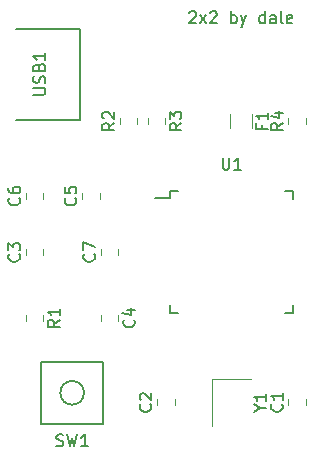
<source format=gbr>
%TF.GenerationSoftware,KiCad,Pcbnew,(6.0.5)*%
%TF.CreationDate,2022-12-18T12:47:56-06:00*%
%TF.ProjectId,ai03-pcb-tutorial,61693033-2d70-4636-922d-7475746f7269,rev?*%
%TF.SameCoordinates,Original*%
%TF.FileFunction,Legend,Top*%
%TF.FilePolarity,Positive*%
%FSLAX46Y46*%
G04 Gerber Fmt 4.6, Leading zero omitted, Abs format (unit mm)*
G04 Created by KiCad (PCBNEW (6.0.5)) date 2022-12-18 12:47:56*
%MOMM*%
%LPD*%
G01*
G04 APERTURE LIST*
%ADD10C,0.150000*%
%ADD11C,0.120000*%
G04 APERTURE END LIST*
D10*
X112324107Y-113847619D02*
X112371726Y-113800000D01*
X112466964Y-113752380D01*
X112705059Y-113752380D01*
X112800297Y-113800000D01*
X112847916Y-113847619D01*
X112895535Y-113942857D01*
X112895535Y-114038095D01*
X112847916Y-114180952D01*
X112276488Y-114752380D01*
X112895535Y-114752380D01*
X113228869Y-114752380D02*
X113752678Y-114085714D01*
X113228869Y-114085714D02*
X113752678Y-114752380D01*
X114086011Y-113847619D02*
X114133630Y-113800000D01*
X114228869Y-113752380D01*
X114466964Y-113752380D01*
X114562202Y-113800000D01*
X114609821Y-113847619D01*
X114657440Y-113942857D01*
X114657440Y-114038095D01*
X114609821Y-114180952D01*
X114038392Y-114752380D01*
X114657440Y-114752380D01*
X115847916Y-114752380D02*
X115847916Y-113752380D01*
X115847916Y-114133333D02*
X115943154Y-114085714D01*
X116133630Y-114085714D01*
X116228869Y-114133333D01*
X116276488Y-114180952D01*
X116324107Y-114276190D01*
X116324107Y-114561904D01*
X116276488Y-114657142D01*
X116228869Y-114704761D01*
X116133630Y-114752380D01*
X115943154Y-114752380D01*
X115847916Y-114704761D01*
X116657440Y-114085714D02*
X116895535Y-114752380D01*
X117133630Y-114085714D02*
X116895535Y-114752380D01*
X116800297Y-114990476D01*
X116752678Y-115038095D01*
X116657440Y-115085714D01*
X118705059Y-114752380D02*
X118705059Y-113752380D01*
X118705059Y-114704761D02*
X118609821Y-114752380D01*
X118419345Y-114752380D01*
X118324107Y-114704761D01*
X118276488Y-114657142D01*
X118228869Y-114561904D01*
X118228869Y-114276190D01*
X118276488Y-114180952D01*
X118324107Y-114133333D01*
X118419345Y-114085714D01*
X118609821Y-114085714D01*
X118705059Y-114133333D01*
X119609821Y-114752380D02*
X119609821Y-114228571D01*
X119562202Y-114133333D01*
X119466964Y-114085714D01*
X119276488Y-114085714D01*
X119181250Y-114133333D01*
X119609821Y-114704761D02*
X119514583Y-114752380D01*
X119276488Y-114752380D01*
X119181250Y-114704761D01*
X119133630Y-114609523D01*
X119133630Y-114514285D01*
X119181250Y-114419047D01*
X119276488Y-114371428D01*
X119514583Y-114371428D01*
X119609821Y-114323809D01*
X120228869Y-114752380D02*
X120133630Y-114704761D01*
X120086011Y-114609523D01*
X120086011Y-113752380D01*
X120990773Y-114704761D02*
X120895535Y-114752380D01*
X120705059Y-114752380D01*
X120609821Y-114704761D01*
X120562202Y-114609523D01*
X120562202Y-114228571D01*
X120609821Y-114133333D01*
X120705059Y-114085714D01*
X120895535Y-114085714D01*
X120990773Y-114133333D01*
X121038392Y-114228571D01*
X121038392Y-114323809D01*
X120562202Y-114419047D01*
%TO.C,Y1*%
X118313690Y-147319940D02*
X118789880Y-147319940D01*
X117789880Y-147653273D02*
X118313690Y-147319940D01*
X117789880Y-146986607D01*
X118789880Y-146129464D02*
X118789880Y-146700892D01*
X118789880Y-146415178D02*
X117789880Y-146415178D01*
X117932738Y-146510416D01*
X118027976Y-146605654D01*
X118075595Y-146700892D01*
%TO.C,USB1*%
X99115630Y-120800595D02*
X99925154Y-120800595D01*
X100020392Y-120752976D01*
X100068011Y-120705357D01*
X100115630Y-120610119D01*
X100115630Y-120419642D01*
X100068011Y-120324404D01*
X100020392Y-120276785D01*
X99925154Y-120229166D01*
X99115630Y-120229166D01*
X100068011Y-119800595D02*
X100115630Y-119657738D01*
X100115630Y-119419642D01*
X100068011Y-119324404D01*
X100020392Y-119276785D01*
X99925154Y-119229166D01*
X99829916Y-119229166D01*
X99734678Y-119276785D01*
X99687059Y-119324404D01*
X99639440Y-119419642D01*
X99591821Y-119610119D01*
X99544202Y-119705357D01*
X99496583Y-119752976D01*
X99401345Y-119800595D01*
X99306107Y-119800595D01*
X99210869Y-119752976D01*
X99163250Y-119705357D01*
X99115630Y-119610119D01*
X99115630Y-119372023D01*
X99163250Y-119229166D01*
X99591821Y-118467261D02*
X99639440Y-118324404D01*
X99687059Y-118276785D01*
X99782297Y-118229166D01*
X99925154Y-118229166D01*
X100020392Y-118276785D01*
X100068011Y-118324404D01*
X100115630Y-118419642D01*
X100115630Y-118800595D01*
X99115630Y-118800595D01*
X99115630Y-118467261D01*
X99163250Y-118372023D01*
X99210869Y-118324404D01*
X99306107Y-118276785D01*
X99401345Y-118276785D01*
X99496583Y-118324404D01*
X99544202Y-118372023D01*
X99591821Y-118467261D01*
X99591821Y-118800595D01*
X100115630Y-117276785D02*
X100115630Y-117848214D01*
X100115630Y-117562500D02*
X99115630Y-117562500D01*
X99258488Y-117657738D01*
X99353726Y-117752976D01*
X99401345Y-117848214D01*
%TO.C,U1*%
X115125595Y-126146130D02*
X115125595Y-126955654D01*
X115173214Y-127050892D01*
X115220833Y-127098511D01*
X115316071Y-127146130D01*
X115506547Y-127146130D01*
X115601785Y-127098511D01*
X115649404Y-127050892D01*
X115697023Y-126955654D01*
X115697023Y-126146130D01*
X116697023Y-127146130D02*
X116125595Y-127146130D01*
X116411309Y-127146130D02*
X116411309Y-126146130D01*
X116316071Y-126288988D01*
X116220833Y-126384226D01*
X116125595Y-126431845D01*
%TO.C,SW1*%
X101060416Y-150518761D02*
X101203273Y-150566380D01*
X101441369Y-150566380D01*
X101536607Y-150518761D01*
X101584226Y-150471142D01*
X101631845Y-150375904D01*
X101631845Y-150280666D01*
X101584226Y-150185428D01*
X101536607Y-150137809D01*
X101441369Y-150090190D01*
X101250892Y-150042571D01*
X101155654Y-149994952D01*
X101108035Y-149947333D01*
X101060416Y-149852095D01*
X101060416Y-149756857D01*
X101108035Y-149661619D01*
X101155654Y-149614000D01*
X101250892Y-149566380D01*
X101488988Y-149566380D01*
X101631845Y-149614000D01*
X101965178Y-149566380D02*
X102203273Y-150566380D01*
X102393750Y-149852095D01*
X102584226Y-150566380D01*
X102822321Y-149566380D01*
X103727083Y-150566380D02*
X103155654Y-150566380D01*
X103441369Y-150566380D02*
X103441369Y-149566380D01*
X103346130Y-149709238D01*
X103250892Y-149804476D01*
X103155654Y-149852095D01*
%TO.C,R4*%
X120246130Y-123197916D02*
X119769940Y-123531250D01*
X120246130Y-123769345D02*
X119246130Y-123769345D01*
X119246130Y-123388392D01*
X119293750Y-123293154D01*
X119341369Y-123245535D01*
X119436607Y-123197916D01*
X119579464Y-123197916D01*
X119674702Y-123245535D01*
X119722321Y-123293154D01*
X119769940Y-123388392D01*
X119769940Y-123769345D01*
X119579464Y-122340773D02*
X120246130Y-122340773D01*
X119198511Y-122578869D02*
X119912797Y-122816964D01*
X119912797Y-122197916D01*
%TO.C,R3*%
X111639880Y-123197916D02*
X111163690Y-123531250D01*
X111639880Y-123769345D02*
X110639880Y-123769345D01*
X110639880Y-123388392D01*
X110687500Y-123293154D01*
X110735119Y-123245535D01*
X110830357Y-123197916D01*
X110973214Y-123197916D01*
X111068452Y-123245535D01*
X111116071Y-123293154D01*
X111163690Y-123388392D01*
X111163690Y-123769345D01*
X110639880Y-122864583D02*
X110639880Y-122245535D01*
X111020833Y-122578869D01*
X111020833Y-122436011D01*
X111068452Y-122340773D01*
X111116071Y-122293154D01*
X111211309Y-122245535D01*
X111449404Y-122245535D01*
X111544642Y-122293154D01*
X111592261Y-122340773D01*
X111639880Y-122436011D01*
X111639880Y-122721726D01*
X111592261Y-122816964D01*
X111544642Y-122864583D01*
%TO.C,R2*%
X105958630Y-123197916D02*
X105482440Y-123531250D01*
X105958630Y-123769345D02*
X104958630Y-123769345D01*
X104958630Y-123388392D01*
X105006250Y-123293154D01*
X105053869Y-123245535D01*
X105149107Y-123197916D01*
X105291964Y-123197916D01*
X105387202Y-123245535D01*
X105434821Y-123293154D01*
X105482440Y-123388392D01*
X105482440Y-123769345D01*
X105053869Y-122816964D02*
X105006250Y-122769345D01*
X104958630Y-122674107D01*
X104958630Y-122436011D01*
X105006250Y-122340773D01*
X105053869Y-122293154D01*
X105149107Y-122245535D01*
X105244345Y-122245535D01*
X105387202Y-122293154D01*
X105958630Y-122864583D01*
X105958630Y-122245535D01*
%TO.C,R1*%
X101321130Y-139866666D02*
X100844940Y-140200000D01*
X101321130Y-140438095D02*
X100321130Y-140438095D01*
X100321130Y-140057142D01*
X100368750Y-139961904D01*
X100416369Y-139914285D01*
X100511607Y-139866666D01*
X100654464Y-139866666D01*
X100749702Y-139914285D01*
X100797321Y-139961904D01*
X100844940Y-140057142D01*
X100844940Y-140438095D01*
X101321130Y-138914285D02*
X101321130Y-139485714D01*
X101321130Y-139200000D02*
X100321130Y-139200000D01*
X100463988Y-139295238D01*
X100559226Y-139390476D01*
X100606845Y-139485714D01*
%TO.C,F1*%
X118429821Y-123364583D02*
X118429821Y-123697916D01*
X118953630Y-123697916D02*
X117953630Y-123697916D01*
X117953630Y-123221726D01*
X118953630Y-122316964D02*
X118953630Y-122888392D01*
X118953630Y-122602678D02*
X117953630Y-122602678D01*
X118096488Y-122697916D01*
X118191726Y-122793154D01*
X118239345Y-122888392D01*
%TO.C,C7*%
X104245892Y-134310416D02*
X104293511Y-134358035D01*
X104341130Y-134500892D01*
X104341130Y-134596130D01*
X104293511Y-134738988D01*
X104198273Y-134834226D01*
X104103035Y-134881845D01*
X103912559Y-134929464D01*
X103769702Y-134929464D01*
X103579226Y-134881845D01*
X103483988Y-134834226D01*
X103388750Y-134738988D01*
X103341130Y-134596130D01*
X103341130Y-134500892D01*
X103388750Y-134358035D01*
X103436369Y-134310416D01*
X103341130Y-133977083D02*
X103341130Y-133310416D01*
X104341130Y-133738988D01*
%TO.C,C6*%
X97895892Y-129547916D02*
X97943511Y-129595535D01*
X97991130Y-129738392D01*
X97991130Y-129833630D01*
X97943511Y-129976488D01*
X97848273Y-130071726D01*
X97753035Y-130119345D01*
X97562559Y-130166964D01*
X97419702Y-130166964D01*
X97229226Y-130119345D01*
X97133988Y-130071726D01*
X97038750Y-129976488D01*
X96991130Y-129833630D01*
X96991130Y-129738392D01*
X97038750Y-129595535D01*
X97086369Y-129547916D01*
X96991130Y-128690773D02*
X96991130Y-128881250D01*
X97038750Y-128976488D01*
X97086369Y-129024107D01*
X97229226Y-129119345D01*
X97419702Y-129166964D01*
X97800654Y-129166964D01*
X97895892Y-129119345D01*
X97943511Y-129071726D01*
X97991130Y-128976488D01*
X97991130Y-128786011D01*
X97943511Y-128690773D01*
X97895892Y-128643154D01*
X97800654Y-128595535D01*
X97562559Y-128595535D01*
X97467321Y-128643154D01*
X97419702Y-128690773D01*
X97372083Y-128786011D01*
X97372083Y-128976488D01*
X97419702Y-129071726D01*
X97467321Y-129119345D01*
X97562559Y-129166964D01*
%TO.C,C5*%
X102658392Y-129547916D02*
X102706011Y-129595535D01*
X102753630Y-129738392D01*
X102753630Y-129833630D01*
X102706011Y-129976488D01*
X102610773Y-130071726D01*
X102515535Y-130119345D01*
X102325059Y-130166964D01*
X102182202Y-130166964D01*
X101991726Y-130119345D01*
X101896488Y-130071726D01*
X101801250Y-129976488D01*
X101753630Y-129833630D01*
X101753630Y-129738392D01*
X101801250Y-129595535D01*
X101848869Y-129547916D01*
X101753630Y-128643154D02*
X101753630Y-129119345D01*
X102229821Y-129166964D01*
X102182202Y-129119345D01*
X102134583Y-129024107D01*
X102134583Y-128786011D01*
X102182202Y-128690773D01*
X102229821Y-128643154D01*
X102325059Y-128595535D01*
X102563154Y-128595535D01*
X102658392Y-128643154D01*
X102706011Y-128690773D01*
X102753630Y-128786011D01*
X102753630Y-129024107D01*
X102706011Y-129119345D01*
X102658392Y-129166964D01*
%TO.C,C4*%
X107605892Y-139866666D02*
X107653511Y-139914285D01*
X107701130Y-140057142D01*
X107701130Y-140152380D01*
X107653511Y-140295238D01*
X107558273Y-140390476D01*
X107463035Y-140438095D01*
X107272559Y-140485714D01*
X107129702Y-140485714D01*
X106939226Y-140438095D01*
X106843988Y-140390476D01*
X106748750Y-140295238D01*
X106701130Y-140152380D01*
X106701130Y-140057142D01*
X106748750Y-139914285D01*
X106796369Y-139866666D01*
X107034464Y-139009523D02*
X107701130Y-139009523D01*
X106653511Y-139247619D02*
X107367797Y-139485714D01*
X107367797Y-138866666D01*
%TO.C,C3*%
X97895892Y-134310416D02*
X97943511Y-134358035D01*
X97991130Y-134500892D01*
X97991130Y-134596130D01*
X97943511Y-134738988D01*
X97848273Y-134834226D01*
X97753035Y-134881845D01*
X97562559Y-134929464D01*
X97419702Y-134929464D01*
X97229226Y-134881845D01*
X97133988Y-134834226D01*
X97038750Y-134738988D01*
X96991130Y-134596130D01*
X96991130Y-134500892D01*
X97038750Y-134358035D01*
X97086369Y-134310416D01*
X96991130Y-133977083D02*
X96991130Y-133358035D01*
X97372083Y-133691369D01*
X97372083Y-133548511D01*
X97419702Y-133453273D01*
X97467321Y-133405654D01*
X97562559Y-133358035D01*
X97800654Y-133358035D01*
X97895892Y-133405654D01*
X97943511Y-133453273D01*
X97991130Y-133548511D01*
X97991130Y-133834226D01*
X97943511Y-133929464D01*
X97895892Y-133977083D01*
%TO.C,C2*%
X109008392Y-147010416D02*
X109056011Y-147058035D01*
X109103630Y-147200892D01*
X109103630Y-147296130D01*
X109056011Y-147438988D01*
X108960773Y-147534226D01*
X108865535Y-147581845D01*
X108675059Y-147629464D01*
X108532202Y-147629464D01*
X108341726Y-147581845D01*
X108246488Y-147534226D01*
X108151250Y-147438988D01*
X108103630Y-147296130D01*
X108103630Y-147200892D01*
X108151250Y-147058035D01*
X108198869Y-147010416D01*
X108198869Y-146629464D02*
X108151250Y-146581845D01*
X108103630Y-146486607D01*
X108103630Y-146248511D01*
X108151250Y-146153273D01*
X108198869Y-146105654D01*
X108294107Y-146058035D01*
X108389345Y-146058035D01*
X108532202Y-146105654D01*
X109103630Y-146677083D01*
X109103630Y-146058035D01*
%TO.C,C1*%
X120120892Y-147010416D02*
X120168511Y-147058035D01*
X120216130Y-147200892D01*
X120216130Y-147296130D01*
X120168511Y-147438988D01*
X120073273Y-147534226D01*
X119978035Y-147581845D01*
X119787559Y-147629464D01*
X119644702Y-147629464D01*
X119454226Y-147581845D01*
X119358988Y-147534226D01*
X119263750Y-147438988D01*
X119216130Y-147296130D01*
X119216130Y-147200892D01*
X119263750Y-147058035D01*
X119311369Y-147010416D01*
X120216130Y-146058035D02*
X120216130Y-146629464D01*
X120216130Y-146343750D02*
X119216130Y-146343750D01*
X119358988Y-146438988D01*
X119454226Y-146534226D01*
X119501845Y-146629464D01*
D11*
%TO.C,Y1*%
X117537500Y-144843750D02*
X114237500Y-144843750D01*
X114237500Y-144843750D02*
X114237500Y-148843750D01*
D10*
%TO.C,USB1*%
X103081250Y-115212500D02*
X103081250Y-122912500D01*
X97631250Y-122912500D02*
X103081250Y-122912500D01*
X97631250Y-115212500D02*
X103081250Y-115212500D01*
%TO.C,U1*%
X110712500Y-139318750D02*
X110712500Y-138643750D01*
X110712500Y-139318750D02*
X111387500Y-139318750D01*
X121062500Y-139318750D02*
X121062500Y-138643750D01*
X121062500Y-128968750D02*
X121062500Y-129643750D01*
X110712500Y-128968750D02*
X111387500Y-128968750D01*
X121062500Y-139318750D02*
X120387500Y-139318750D01*
X110712500Y-129543750D02*
X109437500Y-129543750D01*
X121062500Y-128968750D02*
X120387500Y-128968750D01*
X110712500Y-128968750D02*
X110712500Y-129543750D01*
%TO.C,SW1*%
X103393750Y-146050000D02*
G75*
G03*
X103393750Y-146050000I-1000000J0D01*
G01*
X99793750Y-148650000D02*
X99793750Y-143450000D01*
X104993750Y-148650000D02*
X99793750Y-148650000D01*
X104993750Y-143450000D02*
X104993750Y-148650000D01*
X99793750Y-143450000D02*
X104993750Y-143450000D01*
D11*
%TO.C,R4*%
X120708750Y-123258314D02*
X120708750Y-122804186D01*
X122178750Y-123258314D02*
X122178750Y-122804186D01*
%TO.C,R3*%
X110272500Y-122804186D02*
X110272500Y-123258314D01*
X108802500Y-122804186D02*
X108802500Y-123258314D01*
%TO.C,R2*%
X106421250Y-123258314D02*
X106421250Y-122804186D01*
X107891250Y-123258314D02*
X107891250Y-122804186D01*
%TO.C,R1*%
X99953750Y-139472936D02*
X99953750Y-139927064D01*
X98483750Y-139472936D02*
X98483750Y-139927064D01*
%TO.C,F1*%
X115771250Y-122429186D02*
X115771250Y-123633314D01*
X117591250Y-122429186D02*
X117591250Y-123633314D01*
%TO.C,C7*%
X106303750Y-134405002D02*
X106303750Y-133882498D01*
X104833750Y-134405002D02*
X104833750Y-133882498D01*
%TO.C,C6*%
X98483750Y-129642502D02*
X98483750Y-129119998D01*
X99953750Y-129642502D02*
X99953750Y-129119998D01*
%TO.C,C5*%
X104716250Y-129642502D02*
X104716250Y-129119998D01*
X103246250Y-129642502D02*
X103246250Y-129119998D01*
%TO.C,C4*%
X104833750Y-139438748D02*
X104833750Y-139961252D01*
X106303750Y-139438748D02*
X106303750Y-139961252D01*
%TO.C,C3*%
X99953750Y-134405002D02*
X99953750Y-133882498D01*
X98483750Y-134405002D02*
X98483750Y-133882498D01*
%TO.C,C2*%
X111066250Y-147105002D02*
X111066250Y-146582498D01*
X109596250Y-147105002D02*
X109596250Y-146582498D01*
%TO.C,C1*%
X122178750Y-147105002D02*
X122178750Y-146582498D01*
X120708750Y-147105002D02*
X120708750Y-146582498D01*
%TD*%
M02*

</source>
